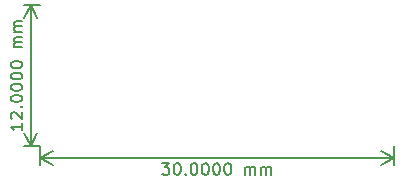
<source format=gbr>
%TF.GenerationSoftware,KiCad,Pcbnew,7.0.5-7.0.5~ubuntu22.04.1*%
%TF.CreationDate,2023-07-07T08:35:14+08:00*%
%TF.ProjectId,usb_programmer,7573625f-7072-46f6-9772-616d6d65722e,rev?*%
%TF.SameCoordinates,PX37a6d38PY343e060*%
%TF.FileFunction,Other,Comment*%
%FSLAX46Y46*%
G04 Gerber Fmt 4.6, Leading zero omitted, Abs format (unit mm)*
G04 Created by KiCad (PCBNEW 7.0.5-7.0.5~ubuntu22.04.1) date 2023-07-07 08:35:14*
%MOMM*%
%LPD*%
G01*
G04 APERTURE LIST*
%ADD10C,0.150000*%
G04 APERTURE END LIST*
D10*
X10328334Y-13414819D02*
X10947381Y-13414819D01*
X10947381Y-13414819D02*
X10614048Y-13795771D01*
X10614048Y-13795771D02*
X10756905Y-13795771D01*
X10756905Y-13795771D02*
X10852143Y-13843390D01*
X10852143Y-13843390D02*
X10899762Y-13891009D01*
X10899762Y-13891009D02*
X10947381Y-13986247D01*
X10947381Y-13986247D02*
X10947381Y-14224342D01*
X10947381Y-14224342D02*
X10899762Y-14319580D01*
X10899762Y-14319580D02*
X10852143Y-14367200D01*
X10852143Y-14367200D02*
X10756905Y-14414819D01*
X10756905Y-14414819D02*
X10471191Y-14414819D01*
X10471191Y-14414819D02*
X10375953Y-14367200D01*
X10375953Y-14367200D02*
X10328334Y-14319580D01*
X11566429Y-13414819D02*
X11661667Y-13414819D01*
X11661667Y-13414819D02*
X11756905Y-13462438D01*
X11756905Y-13462438D02*
X11804524Y-13510057D01*
X11804524Y-13510057D02*
X11852143Y-13605295D01*
X11852143Y-13605295D02*
X11899762Y-13795771D01*
X11899762Y-13795771D02*
X11899762Y-14033866D01*
X11899762Y-14033866D02*
X11852143Y-14224342D01*
X11852143Y-14224342D02*
X11804524Y-14319580D01*
X11804524Y-14319580D02*
X11756905Y-14367200D01*
X11756905Y-14367200D02*
X11661667Y-14414819D01*
X11661667Y-14414819D02*
X11566429Y-14414819D01*
X11566429Y-14414819D02*
X11471191Y-14367200D01*
X11471191Y-14367200D02*
X11423572Y-14319580D01*
X11423572Y-14319580D02*
X11375953Y-14224342D01*
X11375953Y-14224342D02*
X11328334Y-14033866D01*
X11328334Y-14033866D02*
X11328334Y-13795771D01*
X11328334Y-13795771D02*
X11375953Y-13605295D01*
X11375953Y-13605295D02*
X11423572Y-13510057D01*
X11423572Y-13510057D02*
X11471191Y-13462438D01*
X11471191Y-13462438D02*
X11566429Y-13414819D01*
X12328334Y-14319580D02*
X12375953Y-14367200D01*
X12375953Y-14367200D02*
X12328334Y-14414819D01*
X12328334Y-14414819D02*
X12280715Y-14367200D01*
X12280715Y-14367200D02*
X12328334Y-14319580D01*
X12328334Y-14319580D02*
X12328334Y-14414819D01*
X12995000Y-13414819D02*
X13090238Y-13414819D01*
X13090238Y-13414819D02*
X13185476Y-13462438D01*
X13185476Y-13462438D02*
X13233095Y-13510057D01*
X13233095Y-13510057D02*
X13280714Y-13605295D01*
X13280714Y-13605295D02*
X13328333Y-13795771D01*
X13328333Y-13795771D02*
X13328333Y-14033866D01*
X13328333Y-14033866D02*
X13280714Y-14224342D01*
X13280714Y-14224342D02*
X13233095Y-14319580D01*
X13233095Y-14319580D02*
X13185476Y-14367200D01*
X13185476Y-14367200D02*
X13090238Y-14414819D01*
X13090238Y-14414819D02*
X12995000Y-14414819D01*
X12995000Y-14414819D02*
X12899762Y-14367200D01*
X12899762Y-14367200D02*
X12852143Y-14319580D01*
X12852143Y-14319580D02*
X12804524Y-14224342D01*
X12804524Y-14224342D02*
X12756905Y-14033866D01*
X12756905Y-14033866D02*
X12756905Y-13795771D01*
X12756905Y-13795771D02*
X12804524Y-13605295D01*
X12804524Y-13605295D02*
X12852143Y-13510057D01*
X12852143Y-13510057D02*
X12899762Y-13462438D01*
X12899762Y-13462438D02*
X12995000Y-13414819D01*
X13947381Y-13414819D02*
X14042619Y-13414819D01*
X14042619Y-13414819D02*
X14137857Y-13462438D01*
X14137857Y-13462438D02*
X14185476Y-13510057D01*
X14185476Y-13510057D02*
X14233095Y-13605295D01*
X14233095Y-13605295D02*
X14280714Y-13795771D01*
X14280714Y-13795771D02*
X14280714Y-14033866D01*
X14280714Y-14033866D02*
X14233095Y-14224342D01*
X14233095Y-14224342D02*
X14185476Y-14319580D01*
X14185476Y-14319580D02*
X14137857Y-14367200D01*
X14137857Y-14367200D02*
X14042619Y-14414819D01*
X14042619Y-14414819D02*
X13947381Y-14414819D01*
X13947381Y-14414819D02*
X13852143Y-14367200D01*
X13852143Y-14367200D02*
X13804524Y-14319580D01*
X13804524Y-14319580D02*
X13756905Y-14224342D01*
X13756905Y-14224342D02*
X13709286Y-14033866D01*
X13709286Y-14033866D02*
X13709286Y-13795771D01*
X13709286Y-13795771D02*
X13756905Y-13605295D01*
X13756905Y-13605295D02*
X13804524Y-13510057D01*
X13804524Y-13510057D02*
X13852143Y-13462438D01*
X13852143Y-13462438D02*
X13947381Y-13414819D01*
X14899762Y-13414819D02*
X14995000Y-13414819D01*
X14995000Y-13414819D02*
X15090238Y-13462438D01*
X15090238Y-13462438D02*
X15137857Y-13510057D01*
X15137857Y-13510057D02*
X15185476Y-13605295D01*
X15185476Y-13605295D02*
X15233095Y-13795771D01*
X15233095Y-13795771D02*
X15233095Y-14033866D01*
X15233095Y-14033866D02*
X15185476Y-14224342D01*
X15185476Y-14224342D02*
X15137857Y-14319580D01*
X15137857Y-14319580D02*
X15090238Y-14367200D01*
X15090238Y-14367200D02*
X14995000Y-14414819D01*
X14995000Y-14414819D02*
X14899762Y-14414819D01*
X14899762Y-14414819D02*
X14804524Y-14367200D01*
X14804524Y-14367200D02*
X14756905Y-14319580D01*
X14756905Y-14319580D02*
X14709286Y-14224342D01*
X14709286Y-14224342D02*
X14661667Y-14033866D01*
X14661667Y-14033866D02*
X14661667Y-13795771D01*
X14661667Y-13795771D02*
X14709286Y-13605295D01*
X14709286Y-13605295D02*
X14756905Y-13510057D01*
X14756905Y-13510057D02*
X14804524Y-13462438D01*
X14804524Y-13462438D02*
X14899762Y-13414819D01*
X15852143Y-13414819D02*
X15947381Y-13414819D01*
X15947381Y-13414819D02*
X16042619Y-13462438D01*
X16042619Y-13462438D02*
X16090238Y-13510057D01*
X16090238Y-13510057D02*
X16137857Y-13605295D01*
X16137857Y-13605295D02*
X16185476Y-13795771D01*
X16185476Y-13795771D02*
X16185476Y-14033866D01*
X16185476Y-14033866D02*
X16137857Y-14224342D01*
X16137857Y-14224342D02*
X16090238Y-14319580D01*
X16090238Y-14319580D02*
X16042619Y-14367200D01*
X16042619Y-14367200D02*
X15947381Y-14414819D01*
X15947381Y-14414819D02*
X15852143Y-14414819D01*
X15852143Y-14414819D02*
X15756905Y-14367200D01*
X15756905Y-14367200D02*
X15709286Y-14319580D01*
X15709286Y-14319580D02*
X15661667Y-14224342D01*
X15661667Y-14224342D02*
X15614048Y-14033866D01*
X15614048Y-14033866D02*
X15614048Y-13795771D01*
X15614048Y-13795771D02*
X15661667Y-13605295D01*
X15661667Y-13605295D02*
X15709286Y-13510057D01*
X15709286Y-13510057D02*
X15756905Y-13462438D01*
X15756905Y-13462438D02*
X15852143Y-13414819D01*
X17375953Y-14414819D02*
X17375953Y-13748152D01*
X17375953Y-13843390D02*
X17423572Y-13795771D01*
X17423572Y-13795771D02*
X17518810Y-13748152D01*
X17518810Y-13748152D02*
X17661667Y-13748152D01*
X17661667Y-13748152D02*
X17756905Y-13795771D01*
X17756905Y-13795771D02*
X17804524Y-13891009D01*
X17804524Y-13891009D02*
X17804524Y-14414819D01*
X17804524Y-13891009D02*
X17852143Y-13795771D01*
X17852143Y-13795771D02*
X17947381Y-13748152D01*
X17947381Y-13748152D02*
X18090238Y-13748152D01*
X18090238Y-13748152D02*
X18185477Y-13795771D01*
X18185477Y-13795771D02*
X18233096Y-13891009D01*
X18233096Y-13891009D02*
X18233096Y-14414819D01*
X18709286Y-14414819D02*
X18709286Y-13748152D01*
X18709286Y-13843390D02*
X18756905Y-13795771D01*
X18756905Y-13795771D02*
X18852143Y-13748152D01*
X18852143Y-13748152D02*
X18995000Y-13748152D01*
X18995000Y-13748152D02*
X19090238Y-13795771D01*
X19090238Y-13795771D02*
X19137857Y-13891009D01*
X19137857Y-13891009D02*
X19137857Y-14414819D01*
X19137857Y-13891009D02*
X19185476Y-13795771D01*
X19185476Y-13795771D02*
X19280714Y-13748152D01*
X19280714Y-13748152D02*
X19423571Y-13748152D01*
X19423571Y-13748152D02*
X19518810Y-13795771D01*
X19518810Y-13795771D02*
X19566429Y-13891009D01*
X19566429Y-13891009D02*
X19566429Y-14414819D01*
X30000000Y-12000000D02*
X30000000Y-13586419D01*
X0Y-12000000D02*
X0Y-13586419D01*
X30000000Y-12999999D02*
X0Y-12999999D01*
X30000000Y-12999999D02*
X0Y-12999999D01*
X30000000Y-12999999D02*
X28873496Y-13586420D01*
X30000000Y-12999999D02*
X28873496Y-12413578D01*
X0Y-12999999D02*
X1126504Y-12413578D01*
X0Y-12999999D02*
X1126504Y-13586420D01*
X-1495180Y-10047618D02*
X-1495180Y-10619046D01*
X-1495180Y-10333332D02*
X-2495180Y-10333332D01*
X-2495180Y-10333332D02*
X-2352323Y-10428570D01*
X-2352323Y-10428570D02*
X-2257085Y-10523808D01*
X-2257085Y-10523808D02*
X-2209466Y-10619046D01*
X-2399942Y-9666665D02*
X-2447561Y-9619046D01*
X-2447561Y-9619046D02*
X-2495180Y-9523808D01*
X-2495180Y-9523808D02*
X-2495180Y-9285713D01*
X-2495180Y-9285713D02*
X-2447561Y-9190475D01*
X-2447561Y-9190475D02*
X-2399942Y-9142856D01*
X-2399942Y-9142856D02*
X-2304704Y-9095237D01*
X-2304704Y-9095237D02*
X-2209466Y-9095237D01*
X-2209466Y-9095237D02*
X-2066609Y-9142856D01*
X-2066609Y-9142856D02*
X-1495180Y-9714284D01*
X-1495180Y-9714284D02*
X-1495180Y-9095237D01*
X-1590419Y-8666665D02*
X-1542799Y-8619046D01*
X-1542799Y-8619046D02*
X-1495180Y-8666665D01*
X-1495180Y-8666665D02*
X-1542799Y-8714284D01*
X-1542799Y-8714284D02*
X-1590419Y-8666665D01*
X-1590419Y-8666665D02*
X-1495180Y-8666665D01*
X-2495180Y-7999999D02*
X-2495180Y-7904761D01*
X-2495180Y-7904761D02*
X-2447561Y-7809523D01*
X-2447561Y-7809523D02*
X-2399942Y-7761904D01*
X-2399942Y-7761904D02*
X-2304704Y-7714285D01*
X-2304704Y-7714285D02*
X-2114228Y-7666666D01*
X-2114228Y-7666666D02*
X-1876133Y-7666666D01*
X-1876133Y-7666666D02*
X-1685657Y-7714285D01*
X-1685657Y-7714285D02*
X-1590419Y-7761904D01*
X-1590419Y-7761904D02*
X-1542799Y-7809523D01*
X-1542799Y-7809523D02*
X-1495180Y-7904761D01*
X-1495180Y-7904761D02*
X-1495180Y-7999999D01*
X-1495180Y-7999999D02*
X-1542799Y-8095237D01*
X-1542799Y-8095237D02*
X-1590419Y-8142856D01*
X-1590419Y-8142856D02*
X-1685657Y-8190475D01*
X-1685657Y-8190475D02*
X-1876133Y-8238094D01*
X-1876133Y-8238094D02*
X-2114228Y-8238094D01*
X-2114228Y-8238094D02*
X-2304704Y-8190475D01*
X-2304704Y-8190475D02*
X-2399942Y-8142856D01*
X-2399942Y-8142856D02*
X-2447561Y-8095237D01*
X-2447561Y-8095237D02*
X-2495180Y-7999999D01*
X-2495180Y-7047618D02*
X-2495180Y-6952380D01*
X-2495180Y-6952380D02*
X-2447561Y-6857142D01*
X-2447561Y-6857142D02*
X-2399942Y-6809523D01*
X-2399942Y-6809523D02*
X-2304704Y-6761904D01*
X-2304704Y-6761904D02*
X-2114228Y-6714285D01*
X-2114228Y-6714285D02*
X-1876133Y-6714285D01*
X-1876133Y-6714285D02*
X-1685657Y-6761904D01*
X-1685657Y-6761904D02*
X-1590419Y-6809523D01*
X-1590419Y-6809523D02*
X-1542799Y-6857142D01*
X-1542799Y-6857142D02*
X-1495180Y-6952380D01*
X-1495180Y-6952380D02*
X-1495180Y-7047618D01*
X-1495180Y-7047618D02*
X-1542799Y-7142856D01*
X-1542799Y-7142856D02*
X-1590419Y-7190475D01*
X-1590419Y-7190475D02*
X-1685657Y-7238094D01*
X-1685657Y-7238094D02*
X-1876133Y-7285713D01*
X-1876133Y-7285713D02*
X-2114228Y-7285713D01*
X-2114228Y-7285713D02*
X-2304704Y-7238094D01*
X-2304704Y-7238094D02*
X-2399942Y-7190475D01*
X-2399942Y-7190475D02*
X-2447561Y-7142856D01*
X-2447561Y-7142856D02*
X-2495180Y-7047618D01*
X-2495180Y-6095237D02*
X-2495180Y-5999999D01*
X-2495180Y-5999999D02*
X-2447561Y-5904761D01*
X-2447561Y-5904761D02*
X-2399942Y-5857142D01*
X-2399942Y-5857142D02*
X-2304704Y-5809523D01*
X-2304704Y-5809523D02*
X-2114228Y-5761904D01*
X-2114228Y-5761904D02*
X-1876133Y-5761904D01*
X-1876133Y-5761904D02*
X-1685657Y-5809523D01*
X-1685657Y-5809523D02*
X-1590419Y-5857142D01*
X-1590419Y-5857142D02*
X-1542799Y-5904761D01*
X-1542799Y-5904761D02*
X-1495180Y-5999999D01*
X-1495180Y-5999999D02*
X-1495180Y-6095237D01*
X-1495180Y-6095237D02*
X-1542799Y-6190475D01*
X-1542799Y-6190475D02*
X-1590419Y-6238094D01*
X-1590419Y-6238094D02*
X-1685657Y-6285713D01*
X-1685657Y-6285713D02*
X-1876133Y-6333332D01*
X-1876133Y-6333332D02*
X-2114228Y-6333332D01*
X-2114228Y-6333332D02*
X-2304704Y-6285713D01*
X-2304704Y-6285713D02*
X-2399942Y-6238094D01*
X-2399942Y-6238094D02*
X-2447561Y-6190475D01*
X-2447561Y-6190475D02*
X-2495180Y-6095237D01*
X-2495180Y-5142856D02*
X-2495180Y-5047618D01*
X-2495180Y-5047618D02*
X-2447561Y-4952380D01*
X-2447561Y-4952380D02*
X-2399942Y-4904761D01*
X-2399942Y-4904761D02*
X-2304704Y-4857142D01*
X-2304704Y-4857142D02*
X-2114228Y-4809523D01*
X-2114228Y-4809523D02*
X-1876133Y-4809523D01*
X-1876133Y-4809523D02*
X-1685657Y-4857142D01*
X-1685657Y-4857142D02*
X-1590419Y-4904761D01*
X-1590419Y-4904761D02*
X-1542799Y-4952380D01*
X-1542799Y-4952380D02*
X-1495180Y-5047618D01*
X-1495180Y-5047618D02*
X-1495180Y-5142856D01*
X-1495180Y-5142856D02*
X-1542799Y-5238094D01*
X-1542799Y-5238094D02*
X-1590419Y-5285713D01*
X-1590419Y-5285713D02*
X-1685657Y-5333332D01*
X-1685657Y-5333332D02*
X-1876133Y-5380951D01*
X-1876133Y-5380951D02*
X-2114228Y-5380951D01*
X-2114228Y-5380951D02*
X-2304704Y-5333332D01*
X-2304704Y-5333332D02*
X-2399942Y-5285713D01*
X-2399942Y-5285713D02*
X-2447561Y-5238094D01*
X-2447561Y-5238094D02*
X-2495180Y-5142856D01*
X-1495180Y-3619046D02*
X-2161847Y-3619046D01*
X-2066609Y-3619046D02*
X-2114228Y-3571427D01*
X-2114228Y-3571427D02*
X-2161847Y-3476189D01*
X-2161847Y-3476189D02*
X-2161847Y-3333332D01*
X-2161847Y-3333332D02*
X-2114228Y-3238094D01*
X-2114228Y-3238094D02*
X-2018990Y-3190475D01*
X-2018990Y-3190475D02*
X-1495180Y-3190475D01*
X-2018990Y-3190475D02*
X-2114228Y-3142856D01*
X-2114228Y-3142856D02*
X-2161847Y-3047618D01*
X-2161847Y-3047618D02*
X-2161847Y-2904761D01*
X-2161847Y-2904761D02*
X-2114228Y-2809522D01*
X-2114228Y-2809522D02*
X-2018990Y-2761903D01*
X-2018990Y-2761903D02*
X-1495180Y-2761903D01*
X-1495180Y-2285713D02*
X-2161847Y-2285713D01*
X-2066609Y-2285713D02*
X-2114228Y-2238094D01*
X-2114228Y-2238094D02*
X-2161847Y-2142856D01*
X-2161847Y-2142856D02*
X-2161847Y-1999999D01*
X-2161847Y-1999999D02*
X-2114228Y-1904761D01*
X-2114228Y-1904761D02*
X-2018990Y-1857142D01*
X-2018990Y-1857142D02*
X-1495180Y-1857142D01*
X-2018990Y-1857142D02*
X-2114228Y-1809523D01*
X-2114228Y-1809523D02*
X-2161847Y-1714285D01*
X-2161847Y-1714285D02*
X-2161847Y-1571428D01*
X-2161847Y-1571428D02*
X-2114228Y-1476189D01*
X-2114228Y-1476189D02*
X-2018990Y-1428570D01*
X-2018990Y-1428570D02*
X-1495180Y-1428570D01*
X0Y-12000000D02*
X-1386419Y-12000000D01*
X0Y0D02*
X-1386419Y0D01*
X-799999Y-12000000D02*
X-799999Y0D01*
X-799999Y-12000000D02*
X-799999Y0D01*
X-799999Y-12000000D02*
X-1386420Y-10873496D01*
X-799999Y-12000000D02*
X-213578Y-10873496D01*
X-799999Y0D02*
X-213578Y-1126504D01*
X-799999Y0D02*
X-1386420Y-1126504D01*
M02*

</source>
